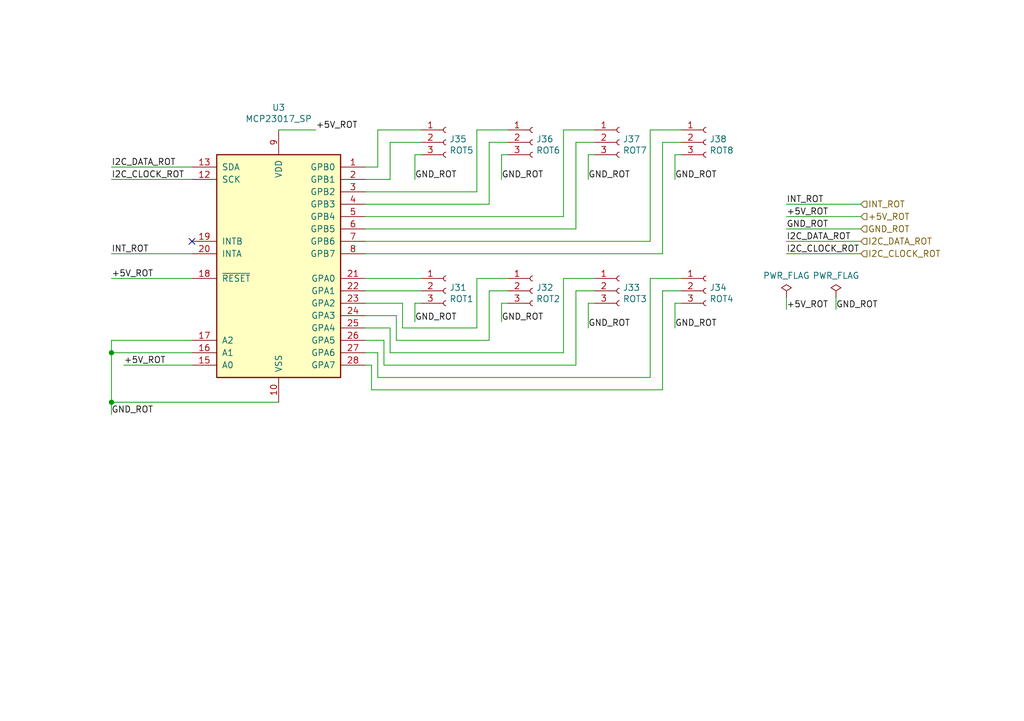
<source format=kicad_sch>
(kicad_sch (version 20211123) (generator eeschema)
  (paper "A5")
  (title_block (title "CIMDID") (date "2022-02-08") (rev "1.0") (comment 1 "@grumpydevelop@contentnation.net") (comment 2 "https://contentnation.net/en/grumpydevelop/cimdit_1"))
  (lib_symbols
    (symbol "Connector:Conn_01x03_Female" (pin_names (offset 1.016) hide)
      (property "Reference" "J" (at 0 5.08 0))
      (property "Value" "Conn_01x03_Female" (at 0 -5.08 0))
      (symbol "Conn_01x03_Female_1_1"
        (arc (start 0 -2.032) (mid -0.508 -2.54) (end 0 -3.048) (stroke (width 0.1524)))
        (polyline (pts (xy -1.27 -2.54) (xy -0.508 -2.54)) (stroke (width 0.1524)))
        (polyline (pts (xy -1.27 0) (xy -0.508 0)) (stroke (width 0.1524)))
        (polyline (pts (xy -1.27 2.54) (xy -0.508 2.54)) (stroke (width 0.1524)))
        (arc (start 0 0.508) (mid -0.508 0) (end 0 -0.508) (stroke (width 0.1524)))
        (arc (start 0 3.048) (mid -0.508 2.54) (end 0 2.032) (stroke (width 0.1524)))
        (pin passive line (at -5.08 2.54 0) (length 3.81) (name "Pin_1") (number "1"))
        (pin passive line (at -5.08 0 0) (length 3.81) (name "Pin_2") (number "2"))
        (pin passive line (at -5.08 -2.54 0) (length 3.81) (name "Pin_3") (number "3"))
      )
    )
    (symbol "Interface_Expansion:MCP23017_SP" (pin_names (offset 1.016))
      (property "Reference" "U" (at -11.43 24.13 0))
      (property "Value" "MCP23017_SP" (at 0 0 0))
      (symbol "MCP23017_SP_0_1"
        (rectangle (start -12.7 22.86) (end 12.7 -22.86) (stroke (width 0.254)) (fill (type background)))
      )
      (symbol "MCP23017_SP_1_1"
        (pin bidirectional line (at 17.78 20.32 180) (length 5.08) (name "GPB0") (number "1"))
        (pin power_in line (at 0 -27.94 90) (length 5.08) (name "VSS") (number "10"))
        (pin no_connect line (at -12.7 15.24 0) (length 5.08) hide (name "NC") (number "11"))
        (pin input line (at -17.78 17.78 0) (length 5.08) (name "SCK") (number "12"))
        (pin bidirectional line (at -17.78 20.32 0) (length 5.08) (name "SDA") (number "13"))
        (pin no_connect line (at -12.7 12.7 0) (length 5.08) hide (name "NC") (number "14"))
        (pin input line (at -17.78 -20.32 0) (length 5.08) (name "A0") (number "15"))
        (pin input line (at -17.78 -17.78 0) (length 5.08) (name "A1") (number "16"))
        (pin input line (at -17.78 -15.24 0) (length 5.08) (name "A2") (number "17"))
        (pin input line (at -17.78 -2.54 0) (length 5.08) (name "~{RESET}") (number "18"))
        (pin tri_state line (at -17.78 5.08 0) (length 5.08) (name "INTB") (number "19"))
        (pin bidirectional line (at 17.78 17.78 180) (length 5.08) (name "GPB1") (number "2"))
        (pin tri_state line (at -17.78 2.54 0) (length 5.08) (name "INTA") (number "20"))
        (pin bidirectional line (at 17.78 -2.54 180) (length 5.08) (name "GPA0") (number "21"))
        (pin bidirectional line (at 17.78 -5.08 180) (length 5.08) (name "GPA1") (number "22"))
        (pin bidirectional line (at 17.78 -7.62 180) (length 5.08) (name "GPA2") (number "23"))
        (pin bidirectional line (at 17.78 -10.16 180) (length 5.08) (name "GPA3") (number "24"))
        (pin bidirectional line (at 17.78 -12.7 180) (length 5.08) (name "GPA4") (number "25"))
        (pin bidirectional line (at 17.78 -15.24 180) (length 5.08) (name "GPA5") (number "26"))
        (pin bidirectional line (at 17.78 -17.78 180) (length 5.08) (name "GPA6") (number "27"))
        (pin bidirectional line (at 17.78 -20.32 180) (length 5.08) (name "GPA7") (number "28"))
        (pin bidirectional line (at 17.78 15.24 180) (length 5.08) (name "GPB2") (number "3"))
        (pin bidirectional line (at 17.78 12.7 180) (length 5.08) (name "GPB3") (number "4"))
        (pin bidirectional line (at 17.78 10.16 180) (length 5.08) (name "GPB4") (number "5"))
        (pin bidirectional line (at 17.78 7.62 180) (length 5.08) (name "GPB5") (number "6"))
        (pin bidirectional line (at 17.78 5.08 180) (length 5.08) (name "GPB6") (number "7"))
        (pin bidirectional line (at 17.78 2.54 180) (length 5.08) (name "GPB7") (number "8"))
        (pin power_in line (at 0 27.94 270) (length 5.08) (name "VDD") (number "9"))
      )
    )
    (symbol "power:PWR_FLAG" (power) (pin_numbers hide) (pin_names (offset 0) hide)
      (property "Value" "PWR_FLAG" (at 0 3.81 0))
      (symbol "PWR_FLAG_0_0"
        (pin power_out line (at 0 0 90) (length 0) (name "pwr") (number "1"))
      )
      (symbol "PWR_FLAG_0_1"
        (polyline (pts (xy 0 0) (xy 0 1.27) (xy -1.016 1.905) (xy 0 2.54) (xy 1.016 1.905) (xy 0 1.27)))
      )
    )
  )
  (junction (at 22.86 72.39))
  (junction (at 22.86 82.55))
  (no_connect (at 39.37 49.53))
  (wire (pts (xy 102.87 36.83) (xy 102.87 31.75)))
  (wire (pts (xy 39.37 52.07) (xy 22.86 52.07)))
  (wire (pts (xy 120.65 36.83) (xy 120.65 31.75)))
  (wire (pts (xy 81.28 64.77) (xy 81.28 69.85)))
  (wire (pts (xy 97.79 57.15) (xy 97.79 67.31)))
  (wire (pts (xy 76.2 80.01) (xy 135.89 80.01)))
  (wire (pts (xy 82.55 67.31) (xy 97.79 67.31)))
  (wire (pts (xy 97.79 26.67) (xy 104.14 26.67)))
  (wire (pts (xy 74.93 64.77) (xy 81.28 64.77)))
  (wire (pts (xy 22.86 72.39) (xy 39.37 72.39)))
  (wire (pts (xy 22.86 72.39) (xy 22.86 82.55)))
  (wire (pts (xy 100.33 29.21) (xy 104.14 29.21)))
  (wire (pts (xy 74.93 72.39) (xy 77.47 72.39)))
  (wire (pts (xy 115.57 26.67) (xy 121.92 26.67)))
  (wire (pts (xy 102.87 31.75) (xy 104.14 31.75)))
  (wire (pts (xy 138.43 62.23) (xy 139.7 62.23)))
  (wire (pts (xy 176.53 52.07) (xy 161.29 52.07)))
  (wire (pts (xy 77.47 34.29) (xy 77.47 26.67)))
  (wire (pts (xy 74.93 39.37) (xy 97.79 39.37)))
  (wire (pts (xy 74.93 34.29) (xy 77.47 34.29)))
  (wire (pts (xy 74.93 74.93) (xy 76.2 74.93)))
  (wire (pts (xy 133.35 57.15) (xy 133.35 77.47)))
  (wire (pts (xy 100.33 59.69) (xy 104.14 59.69)))
  (wire (pts (xy 138.43 31.75) (xy 139.7 31.75)))
  (wire (pts (xy 85.09 36.83) (xy 85.09 31.75)))
  (wire (pts (xy 176.53 46.99) (xy 161.29 46.99)))
  (wire (pts (xy 77.47 72.39) (xy 77.47 77.47)))
  (wire (pts (xy 82.55 62.23) (xy 82.55 67.31)))
  (wire (pts (xy 115.57 57.15) (xy 115.57 72.39)))
  (wire (pts (xy 171.45 60.96) (xy 171.45 63.5)))
  (wire (pts (xy 74.93 52.07) (xy 135.89 52.07)))
  (wire (pts (xy 74.93 44.45) (xy 115.57 44.45)))
  (wire (pts (xy 161.29 41.91) (xy 176.53 41.91)))
  (wire (pts (xy 25.4 74.93) (xy 39.37 74.93)))
  (wire (pts (xy 85.09 62.23) (xy 86.36 62.23)))
  (wire (pts (xy 135.89 59.69) (xy 135.89 80.01)))
  (wire (pts (xy 138.43 67.31) (xy 138.43 62.23)))
  (wire (pts (xy 85.09 31.75) (xy 86.36 31.75)))
  (wire (pts (xy 135.89 59.69) (xy 139.7 59.69)))
  (wire (pts (xy 74.93 36.83) (xy 80.01 36.83)))
  (wire (pts (xy 77.47 26.67) (xy 86.36 26.67)))
  (wire (pts (xy 100.33 59.69) (xy 100.33 69.85)))
  (wire (pts (xy 78.74 69.85) (xy 78.74 74.93)))
  (wire (pts (xy 22.86 85.09) (xy 22.86 82.55)))
  (wire (pts (xy 77.47 77.47) (xy 133.35 77.47)))
  (wire (pts (xy 74.93 46.99) (xy 118.11 46.99)))
  (wire (pts (xy 138.43 36.83) (xy 138.43 31.75)))
  (wire (pts (xy 102.87 66.04) (xy 102.87 62.23)))
  (wire (pts (xy 80.01 72.39) (xy 115.57 72.39)))
  (wire (pts (xy 78.74 74.93) (xy 118.11 74.93)))
  (wire (pts (xy 97.79 39.37) (xy 97.79 26.67)))
  (wire (pts (xy 102.87 62.23) (xy 104.14 62.23)))
  (wire (pts (xy 85.09 66.04) (xy 85.09 62.23)))
  (wire (pts (xy 120.65 31.75) (xy 121.92 31.75)))
  (wire (pts (xy 57.15 82.55) (xy 22.86 82.55)))
  (wire (pts (xy 115.57 44.45) (xy 115.57 26.67)))
  (wire (pts (xy 39.37 34.29) (xy 22.86 34.29)))
  (wire (pts (xy 80.01 36.83) (xy 80.01 29.21)))
  (wire (pts (xy 74.93 57.15) (xy 86.36 57.15)))
  (wire (pts (xy 74.93 67.31) (xy 80.01 67.31)))
  (wire (pts (xy 133.35 57.15) (xy 139.7 57.15)))
  (wire (pts (xy 176.53 49.53) (xy 161.29 49.53)))
  (wire (pts (xy 120.65 67.31) (xy 120.65 62.23)))
  (wire (pts (xy 118.11 29.21) (xy 121.92 29.21)))
  (wire (pts (xy 64.77 26.67) (xy 57.15 26.67)))
  (wire (pts (xy 80.01 29.21) (xy 86.36 29.21)))
  (wire (pts (xy 118.11 74.93) (xy 118.11 59.69)))
  (wire (pts (xy 135.89 29.21) (xy 139.7 29.21)))
  (wire (pts (xy 120.65 62.23) (xy 121.92 62.23)))
  (wire (pts (xy 74.93 41.91) (xy 100.33 41.91)))
  (wire (pts (xy 135.89 52.07) (xy 135.89 29.21)))
  (wire (pts (xy 22.86 72.39) (xy 22.86 69.85)))
  (wire (pts (xy 74.93 59.69) (xy 86.36 59.69)))
  (wire (pts (xy 161.29 63.5) (xy 161.29 60.96)))
  (wire (pts (xy 97.79 57.15) (xy 104.14 57.15)))
  (wire (pts (xy 74.93 49.53) (xy 133.35 49.53)))
  (wire (pts (xy 100.33 41.91) (xy 100.33 29.21)))
  (wire (pts (xy 22.86 69.85) (xy 39.37 69.85)))
  (wire (pts (xy 176.53 44.45) (xy 161.29 44.45)))
  (wire (pts (xy 22.86 57.15) (xy 39.37 57.15)))
  (wire (pts (xy 74.93 62.23) (xy 82.55 62.23)))
  (wire (pts (xy 133.35 26.67) (xy 139.7 26.67)))
  (wire (pts (xy 118.11 59.69) (xy 121.92 59.69)))
  (wire (pts (xy 39.37 36.83) (xy 22.86 36.83)))
  (wire (pts (xy 118.11 46.99) (xy 118.11 29.21)))
  (wire (pts (xy 76.2 74.93) (xy 76.2 80.01)))
  (wire (pts (xy 74.93 69.85) (xy 78.74 69.85)))
  (wire (pts (xy 81.28 69.85) (xy 100.33 69.85)))
  (wire (pts (xy 80.01 67.31) (xy 80.01 72.39)))
  (wire (pts (xy 133.35 49.53) (xy 133.35 26.67)))
  (wire (pts (xy 115.57 57.15) (xy 121.92 57.15)))
  (label "GND_ROT" (at 120.65 67.31 0))
  (label "+5V_ROT" (at 161.29 44.45 0))
  (label "+5V_ROT" (at 25.4 74.93 0))
  (label "INT_ROT" (at 22.86 52.07 0))
  (label "GND_ROT" (at 102.87 36.83 0))
  (label "I2C_DATA_ROT" (at 161.29 49.53 0))
  (label "I2C_CLOCK_ROT" (at 161.29 52.07 0))
  (label "+5V_ROT" (at 22.86 57.15 0))
  (label "GND_ROT" (at 102.87 66.04 0))
  (label "I2C_DATA_ROT" (at 22.86 34.29 0))
  (label "GND_ROT" (at 85.09 66.04 0))
  (label "+5V_ROT" (at 161.29 63.5 0))
  (label "+5V_ROT" (at 64.77 26.67 0))
  (label "GND_ROT" (at 138.43 36.83 0))
  (label "GND_ROT" (at 138.43 67.31 0))
  (label "GND_ROT" (at 171.45 63.5 0))
  (label "I2C_CLOCK_ROT" (at 22.86 36.83 0))
  (label "GND_ROT" (at 120.65 36.83 0))
  (label "INT_ROT" (at 161.29 41.91 0))
  (label "GND_ROT" (at 85.09 36.83 0))
  (label "GND_ROT" (at 22.86 85.09 0))
  (label "GND_ROT" (at 161.29 46.99 0))
  (hierarchical_label "INT_ROT" (shape input) (at 176.53 41.91 0))
  (hierarchical_label "GND_ROT" (shape input) (at 176.53 46.99 0))
  (hierarchical_label "I2C_DATA_ROT" (shape input) (at 176.53 49.53 0))
  (hierarchical_label "I2C_CLOCK_ROT" (shape input) (at 176.53 52.07 0))
  (hierarchical_label "+5V_ROT" (shape input) (at 176.53 44.45 0))
  (symbol (lib_id "Interface_Expansion:MCP23017_SP") (at 57.15 54.61 0) (unit 1)
    (property "Reference" "U3" (at 57.15 22.0726 0))
    (property "Value" "MCP23017_SP" (at 57.15 24.384 0))
    (property "Footprint" "Package_DIP:DIP-28_W7.62mm" (effects hide))
    (property "Datasheet" "http://ww1.microchip.com/downloads/en/DeviceDoc/20001952C.pdf" (effects hide))
  )
  (symbol (lib_id "Connector:Conn_01x03_Female") (at 91.44 59.69 0) (unit 1)
    (property "Reference" "J31" (at 92.1512 59.0296 0) (effects (justify left)))
    (property "Value" "ROT1" (at 92.1512 61.341 0) (effects (justify left)))
    (property "Footprint" "Connector_PinSocket_2.54mm:PinSocket_1x03_P2.54mm_Vertical" (effects hide))
  )
  (symbol (lib_id "Connector:Conn_01x03_Female") (at 109.22 59.69 0) (unit 1)
    (property "Reference" "J32" (at 109.9312 59.0296 0) (effects (justify left)))
    (property "Value" "ROT2" (at 109.9312 61.341 0) (effects (justify left)))
    (property "Footprint" "Connector_PinSocket_2.54mm:PinSocket_1x03_P2.54mm_Vertical" (effects hide))
  )
  (symbol (lib_id "Connector:Conn_01x03_Female") (at 144.78 59.69 0) (unit 1)
    (property "Reference" "J34" (at 145.4912 59.0296 0) (effects (justify left)))
    (property "Value" "ROT4" (at 145.4912 61.341 0) (effects (justify left)))
    (property "Footprint" "Connector_PinSocket_2.54mm:PinSocket_1x03_P2.54mm_Vertical" (effects hide))
  )
  (symbol (lib_id "Connector:Conn_01x03_Female") (at 127 59.69 0) (unit 1)
    (property "Reference" "J33" (at 127.7112 59.0296 0) (effects (justify left)))
    (property "Value" "ROT3" (at 127.7112 61.341 0) (effects (justify left)))
    (property "Footprint" "Connector_PinSocket_2.54mm:PinSocket_1x03_P2.54mm_Vertical" (effects hide))
  )
  (symbol (lib_id "Connector:Conn_01x03_Female") (at 109.22 29.21 0) (unit 1)
    (property "Reference" "J36" (at 109.9312 28.5496 0) (effects (justify left)))
    (property "Value" "ROT6" (at 109.9312 30.861 0) (effects (justify left)))
    (property "Footprint" "Connector_PinSocket_2.54mm:PinSocket_1x03_P2.54mm_Vertical" (effects hide))
  )
  (symbol (lib_id "Connector:Conn_01x03_Female") (at 91.44 29.21 0) (unit 1)
    (property "Reference" "J35" (at 92.1512 28.5496 0) (effects (justify left)))
    (property "Value" "ROT5" (at 92.1512 30.861 0) (effects (justify left)))
    (property "Footprint" "Connector_PinSocket_2.54mm:PinSocket_1x03_P2.54mm_Vertical" (effects hide))
  )
  (symbol (lib_id "Connector:Conn_01x03_Female") (at 127 29.21 0) (unit 1)
    (property "Reference" "J37" (at 127.7112 28.5496 0) (effects (justify left)))
    (property "Value" "ROT7" (at 127.7112 30.861 0) (effects (justify left)))
    (property "Footprint" "Connector_PinSocket_2.54mm:PinSocket_1x03_P2.54mm_Vertical" (effects hide))
  )
  (symbol (lib_id "Connector:Conn_01x03_Female") (at 144.78 29.21 0) (unit 1)
    (property "Reference" "J38" (at 145.4912 28.5496 0) (effects (justify left)))
    (property "Value" "ROT8" (at 145.4912 30.861 0) (effects (justify left)))
    (property "Footprint" "Connector_PinSocket_2.54mm:PinSocket_1x03_P2.54mm_Vertical" (effects hide))
  )
  (symbol (lib_id "power:PWR_FLAG") (at 161.29 60.96 0) (unit 1)
    (property "Reference" "#FLG0103" (effects hide))
    (property "Value" "PWR_FLAG" (at 161.29 56.5658 0))
  )
  (symbol (lib_id "power:PWR_FLAG") (at 171.45 60.96 0) (unit 1)
    (property "Reference" "#FLG0104" (effects hide))
    (property "Value" "PWR_FLAG" (at 171.45 56.5658 0))
  )
)
</source>
